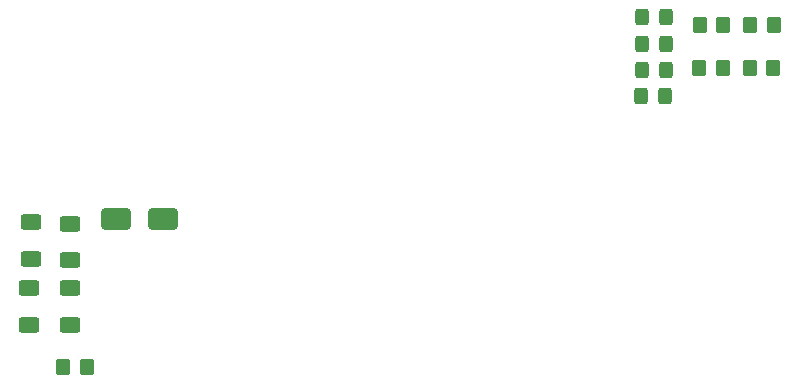
<source format=gbr>
%TF.GenerationSoftware,KiCad,Pcbnew,7.0.8*%
%TF.CreationDate,2025-02-03T20:38:03+05:30*%
%TF.ProjectId,WemosD1Mini-8266,57656d6f-7344-4314-9d69-6e692d383236,rev?*%
%TF.SameCoordinates,Original*%
%TF.FileFunction,Paste,Top*%
%TF.FilePolarity,Positive*%
%FSLAX46Y46*%
G04 Gerber Fmt 4.6, Leading zero omitted, Abs format (unit mm)*
G04 Created by KiCad (PCBNEW 7.0.8) date 2025-02-03 20:38:03*
%MOMM*%
%LPD*%
G01*
G04 APERTURE LIST*
G04 Aperture macros list*
%AMRoundRect*
0 Rectangle with rounded corners*
0 $1 Rounding radius*
0 $2 $3 $4 $5 $6 $7 $8 $9 X,Y pos of 4 corners*
0 Add a 4 corners polygon primitive as box body*
4,1,4,$2,$3,$4,$5,$6,$7,$8,$9,$2,$3,0*
0 Add four circle primitives for the rounded corners*
1,1,$1+$1,$2,$3*
1,1,$1+$1,$4,$5*
1,1,$1+$1,$6,$7*
1,1,$1+$1,$8,$9*
0 Add four rect primitives between the rounded corners*
20,1,$1+$1,$2,$3,$4,$5,0*
20,1,$1+$1,$4,$5,$6,$7,0*
20,1,$1+$1,$6,$7,$8,$9,0*
20,1,$1+$1,$8,$9,$2,$3,0*%
G04 Aperture macros list end*
%ADD10RoundRect,0.250000X0.350000X0.450000X-0.350000X0.450000X-0.350000X-0.450000X0.350000X-0.450000X0*%
%ADD11RoundRect,0.250000X-1.000000X-0.650000X1.000000X-0.650000X1.000000X0.650000X-1.000000X0.650000X0*%
%ADD12RoundRect,0.250000X0.325000X0.450000X-0.325000X0.450000X-0.325000X-0.450000X0.325000X-0.450000X0*%
%ADD13RoundRect,0.250000X0.625000X-0.400000X0.625000X0.400000X-0.625000X0.400000X-0.625000X-0.400000X0*%
%ADD14RoundRect,0.250000X-0.625000X0.400000X-0.625000X-0.400000X0.625000X-0.400000X0.625000X0.400000X0*%
%ADD15RoundRect,0.250000X-0.350000X-0.450000X0.350000X-0.450000X0.350000X0.450000X-0.350000X0.450000X0*%
G04 APERTURE END LIST*
D10*
%TO.C,R23*%
X118830000Y-138020000D03*
X116830000Y-138020000D03*
%TD*%
D11*
%TO.C,D4*%
X121280000Y-125520000D03*
X125280000Y-125520000D03*
%TD*%
D12*
%TO.C,D7*%
X167855000Y-110670000D03*
X165805000Y-110670000D03*
%TD*%
D13*
%TO.C,R12*%
X117430000Y-134470000D03*
X117430000Y-131370000D03*
%TD*%
%TO.C,R13*%
X117380000Y-129020000D03*
X117380000Y-125920000D03*
%TD*%
D14*
%TO.C,R11*%
X113980000Y-131370000D03*
X113980000Y-134470000D03*
%TD*%
D15*
%TO.C,R19*%
X170680000Y-112720000D03*
X172680000Y-112720000D03*
%TD*%
%TO.C,R21*%
X170730000Y-109070000D03*
X172730000Y-109070000D03*
%TD*%
D12*
%TO.C,D5*%
X167805000Y-115120000D03*
X165755000Y-115120000D03*
%TD*%
D14*
%TO.C,R10*%
X114080000Y-125770000D03*
X114080000Y-128870000D03*
%TD*%
D15*
%TO.C,R20*%
X174980000Y-112720000D03*
X176980000Y-112720000D03*
%TD*%
D12*
%TO.C,D6*%
X167855000Y-112870000D03*
X165805000Y-112870000D03*
%TD*%
D15*
%TO.C,R22*%
X175030000Y-109070000D03*
X177030000Y-109070000D03*
%TD*%
D12*
%TO.C,D8*%
X167855000Y-108420000D03*
X165805000Y-108420000D03*
%TD*%
M02*

</source>
